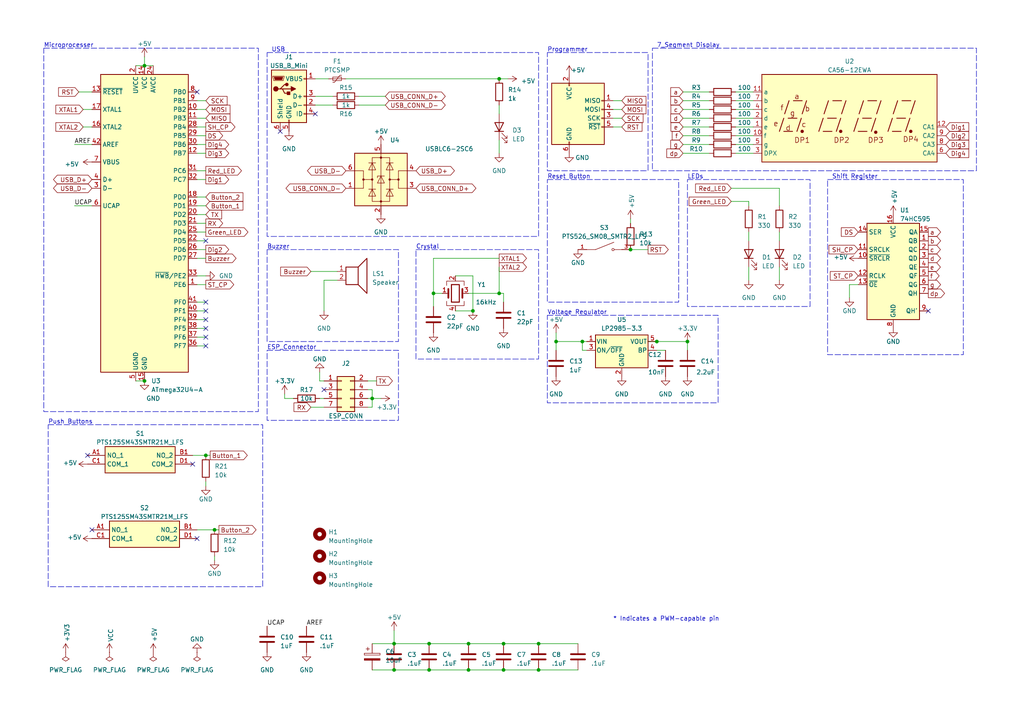
<source format=kicad_sch>
(kicad_sch (version 20230121) (generator eeschema)
  (paper "A4")
  (title_block (title "Kitchen Timer uno shield") (date "2023-03-28") (rev "1.0"))
  (junction (at 137.16 90.17))
  (junction (at 146.05 194.31))
  (junction (at 135.89 194.31))
  (junction (at 182.88 72.39))
  (junction (at 41.91 110.49))
  (junction (at 156.21 186.69))
  (junction (at 59.69 132.08))
  (junction (at 114.3 194.31))
  (junction (at 125.73 85.09))
  (junction (at 144.78 85.09))
  (junction (at 161.29 99.06))
  (junction (at 41.91 19.05))
  (junction (at 146.05 186.69))
  (junction (at 199.39 99.06))
  (junction (at 62.23 153.67))
  (junction (at 114.3 186.69))
  (junction (at 124.46 186.69))
  (junction (at 144.78 22.86))
  (junction (at 168.91 99.06))
  (junction (at 156.21 194.31))
  (junction (at 124.46 194.31))
  (junction (at 107.95 115.57))
  (junction (at 135.89 186.69))
  (junction (at 190.5 99.06))
  (no_connect (at 59.69 90.17))
  (no_connect (at 59.69 95.25))
  (no_connect (at 59.69 87.63))
  (no_connect (at 93.98 113.03))
  (no_connect (at 269.24 90.17))
  (no_connect (at 59.69 92.71))
  (no_connect (at 55.88 134.62))
  (no_connect (at 26.67 153.67))
  (no_connect (at 59.69 69.85))
  (no_connect (at 57.15 26.67))
  (no_connect (at 81.28 38.1))
  (no_connect (at 59.69 97.79))
  (no_connect (at 57.15 156.21))
  (no_connect (at 25.4 132.08))
  (no_connect (at 91.44 33.02))
  (no_connect (at 59.69 100.33))
  (wire (pts (xy 199.39 99.06) (xy 190.5 99.06)))
  (wire (pts (xy 39.37 110.49) (xy 41.91 110.49)))
  (wire (pts (xy 226.06 77.47) (xy 226.06 81.28)))
  (wire (pts (xy 124.46 186.69) (xy 135.89 186.69)))
  (wire (pts (xy 198.12 34.29) (xy 205.74 34.29)))
  (wire (pts (xy 59.69 31.75) (xy 57.15 31.75)))
  (wire (pts (xy 59.69 90.17) (xy 57.15 90.17)))
  (wire (pts (xy 59.69 57.15) (xy 57.15 57.15)))
  (wire (pts (xy 92.71 110.49) (xy 92.71 107.95)))
  (wire (pts (xy 161.29 99.06) (xy 168.91 99.06)))
  (wire (pts (xy 59.69 82.55) (xy 57.15 82.55)))
  (wire (pts (xy 57.15 153.67) (xy 62.23 153.67)))
  (wire (pts (xy 248.92 82.55) (xy 246.38 82.55)))
  (wire (pts (xy 135.89 186.69) (xy 146.05 186.69)))
  (wire (pts (xy 213.36 29.21) (xy 218.44 29.21)))
  (wire (pts (xy 146.05 85.09) (xy 146.05 87.63)))
  (wire (pts (xy 180.34 29.21) (xy 177.8 29.21)))
  (wire (pts (xy 100.33 22.86) (xy 144.78 22.86)))
  (wire (pts (xy 107.95 186.69) (xy 114.3 186.69)))
  (wire (pts (xy 125.73 85.09) (xy 125.73 88.9)))
  (wire (pts (xy 59.69 139.7) (xy 59.69 140.97)))
  (wire (pts (xy 198.12 36.83) (xy 205.74 36.83)))
  (wire (pts (xy 57.15 44.45) (xy 59.69 44.45)))
  (wire (pts (xy 107.95 113.03) (xy 107.95 115.57)))
  (wire (pts (xy 21.59 59.69) (xy 26.67 59.69)))
  (wire (pts (xy 107.95 194.31) (xy 114.3 194.31)))
  (wire (pts (xy 57.15 41.91) (xy 59.69 41.91)))
  (wire (pts (xy 217.17 67.31) (xy 217.17 69.85)))
  (wire (pts (xy 107.95 115.57) (xy 107.95 118.11)))
  (wire (pts (xy 156.21 186.69) (xy 167.64 186.69)))
  (wire (pts (xy 114.3 186.69) (xy 124.46 186.69)))
  (wire (pts (xy 57.15 36.83) (xy 59.69 36.83)))
  (wire (pts (xy 199.39 101.6) (xy 199.39 99.06)))
  (wire (pts (xy 21.59 41.91) (xy 26.67 41.91)))
  (wire (pts (xy 90.17 118.11) (xy 93.98 118.11)))
  (wire (pts (xy 39.37 19.05) (xy 41.91 19.05)))
  (wire (pts (xy 57.15 39.37) (xy 59.69 39.37)))
  (wire (pts (xy 198.12 44.45) (xy 205.74 44.45)))
  (wire (pts (xy 168.91 101.6) (xy 168.91 99.06)))
  (wire (pts (xy 59.69 74.93) (xy 57.15 74.93)))
  (wire (pts (xy 213.36 36.83) (xy 218.44 36.83)))
  (wire (pts (xy 85.09 115.57) (xy 82.55 115.57)))
  (wire (pts (xy 213.36 44.45) (xy 218.44 44.45)))
  (wire (pts (xy 213.36 31.75) (xy 218.44 31.75)))
  (wire (pts (xy 217.17 59.69) (xy 217.17 58.42)))
  (wire (pts (xy 59.69 100.33) (xy 57.15 100.33)))
  (wire (pts (xy 107.95 118.11) (xy 106.68 118.11)))
  (wire (pts (xy 226.06 54.61) (xy 226.06 59.69)))
  (wire (pts (xy 182.88 72.39) (xy 187.96 72.39)))
  (wire (pts (xy 180.34 36.83) (xy 177.8 36.83)))
  (wire (pts (xy 59.69 95.25) (xy 57.15 95.25)))
  (wire (pts (xy 57.15 49.53) (xy 59.69 49.53)))
  (wire (pts (xy 132.08 90.17) (xy 137.16 90.17)))
  (wire (pts (xy 128.27 85.09) (xy 125.73 85.09)))
  (wire (pts (xy 90.17 78.74) (xy 97.79 78.74)))
  (wire (pts (xy 170.18 101.6) (xy 168.91 101.6)))
  (wire (pts (xy 217.17 77.47) (xy 217.17 81.28)))
  (wire (pts (xy 144.78 74.93) (xy 125.73 74.93)))
  (wire (pts (xy 93.98 110.49) (xy 92.71 110.49)))
  (wire (pts (xy 213.36 26.67) (xy 218.44 26.67)))
  (wire (pts (xy 144.78 40.64) (xy 144.78 44.45)))
  (wire (pts (xy 59.69 34.29) (xy 57.15 34.29)))
  (wire (pts (xy 124.46 194.31) (xy 135.89 194.31)))
  (wire (pts (xy 146.05 194.31) (xy 156.21 194.31)))
  (wire (pts (xy 97.79 81.28) (xy 93.98 81.28)))
  (wire (pts (xy 109.22 110.49) (xy 106.68 110.49)))
  (wire (pts (xy 144.78 77.47) (xy 144.78 85.09)))
  (wire (pts (xy 182.88 63.5) (xy 182.88 64.77)))
  (wire (pts (xy 147.32 22.86) (xy 144.78 22.86)))
  (wire (pts (xy 135.89 85.09) (xy 144.78 85.09)))
  (wire (pts (xy 93.98 81.28) (xy 93.98 90.17)))
  (wire (pts (xy 62.23 153.67) (xy 63.5 153.67)))
  (wire (pts (xy 96.52 30.48) (xy 91.44 30.48)))
  (wire (pts (xy 125.73 74.93) (xy 125.73 85.09)))
  (wire (pts (xy 144.78 30.48) (xy 144.78 33.02)))
  (wire (pts (xy 146.05 186.69) (xy 156.21 186.69)))
  (wire (pts (xy 246.38 82.55) (xy 246.38 86.36)))
  (wire (pts (xy 59.69 132.08) (xy 60.96 132.08)))
  (wire (pts (xy 104.14 27.94) (xy 111.76 27.94)))
  (wire (pts (xy 59.69 67.31) (xy 57.15 67.31)))
  (wire (pts (xy 106.68 113.03) (xy 107.95 113.03)))
  (wire (pts (xy 161.29 99.06) (xy 161.29 101.6)))
  (wire (pts (xy 212.09 54.61) (xy 226.06 54.61)))
  (wire (pts (xy 59.69 64.77) (xy 57.15 64.77)))
  (wire (pts (xy 180.34 34.29) (xy 177.8 34.29)))
  (wire (pts (xy 59.69 59.69) (xy 57.15 59.69)))
  (wire (pts (xy 96.52 27.94) (xy 91.44 27.94)))
  (wire (pts (xy 41.91 19.05) (xy 44.45 19.05)))
  (wire (pts (xy 24.13 31.75) (xy 26.67 31.75)))
  (wire (pts (xy 22.86 26.67) (xy 26.67 26.67)))
  (wire (pts (xy 59.69 62.23) (xy 57.15 62.23)))
  (wire (pts (xy 226.06 67.31) (xy 226.06 69.85)))
  (wire (pts (xy 198.12 39.37) (xy 205.74 39.37)))
  (wire (pts (xy 144.78 85.09) (xy 146.05 85.09)))
  (wire (pts (xy 59.69 92.71) (xy 57.15 92.71)))
  (wire (pts (xy 57.15 52.07) (xy 59.69 52.07)))
  (wire (pts (xy 217.17 58.42) (xy 212.09 58.42)))
  (wire (pts (xy 198.12 29.21) (xy 205.74 29.21)))
  (wire (pts (xy 107.95 115.57) (xy 110.49 115.57)))
  (wire (pts (xy 161.29 96.52) (xy 161.29 99.06)))
  (wire (pts (xy 41.91 16.51) (xy 41.91 19.05)))
  (wire (pts (xy 180.34 31.75) (xy 177.8 31.75)))
  (wire (pts (xy 57.15 80.01) (xy 59.69 80.01)))
  (wire (pts (xy 187.96 99.06) (xy 190.5 99.06)))
  (wire (pts (xy 24.13 36.83) (xy 26.67 36.83)))
  (wire (pts (xy 104.14 30.48) (xy 111.76 30.48)))
  (wire (pts (xy 137.16 80.01) (xy 137.16 90.17)))
  (wire (pts (xy 132.08 80.01) (xy 137.16 80.01)))
  (wire (pts (xy 135.89 194.31) (xy 146.05 194.31)))
  (wire (pts (xy 114.3 194.31) (xy 124.46 194.31)))
  (wire (pts (xy 198.12 41.91) (xy 205.74 41.91)))
  (wire (pts (xy 59.69 69.85) (xy 57.15 69.85)))
  (wire (pts (xy 91.44 22.86) (xy 95.25 22.86)))
  (wire (pts (xy 62.23 161.29) (xy 62.23 162.56)))
  (wire (pts (xy 198.12 31.75) (xy 205.74 31.75)))
  (wire (pts (xy 59.69 87.63) (xy 57.15 87.63)))
  (wire (pts (xy 168.91 99.06) (xy 170.18 99.06)))
  (wire (pts (xy 213.36 41.91) (xy 218.44 41.91)))
  (wire (pts (xy 82.55 115.57) (xy 82.55 114.3)))
  (wire (pts (xy 114.3 182.88) (xy 114.3 186.69)))
  (wire (pts (xy 190.5 101.6) (xy 193.04 101.6)))
  (wire (pts (xy 106.68 115.57) (xy 107.95 115.57)))
  (wire (pts (xy 213.36 34.29) (xy 218.44 34.29)))
  (wire (pts (xy 213.36 39.37) (xy 218.44 39.37)))
  (wire (pts (xy 59.69 97.79) (xy 57.15 97.79)))
  (wire (pts (xy 198.12 26.67) (xy 205.74 26.67)))
  (wire (pts (xy 55.88 132.08) (xy 59.69 132.08)))
  (wire (pts (xy 59.69 29.21) (xy 57.15 29.21)))
  (wire (pts (xy 156.21 194.31) (xy 167.64 194.31)))
  (wire (pts (xy 92.71 115.57) (xy 93.98 115.57)))
  (wire (pts (xy 59.69 72.39) (xy 57.15 72.39)))
  (rectangle (start 191.77 87.63) (end 191.77 87.63))
  (rectangle (start 240.03 52.07) (end 279.4 102.87) (stroke (width 0) (type dash)))
  (rectangle (start 158.75 15.24) (end 187.96 49.53) (stroke (width 0) (type dash)))
  (rectangle (start 207.01 13.97) (end 207.01 13.97))
  (rectangle (start 77.47 72.39) (end 115.57 99.06) (stroke (width 0) (type dash)))
  (rectangle (start 77.47 101.6) (end 115.57 121.92) (stroke (width 0) (type dash)))
  (rectangle (start 13.97 123.19) (end 76.2 170.18) (stroke (width 0) (type dash)))
  (rectangle (start 12.7 13.97) (end 74.93 119.38) (stroke (width 0) (type dash)))
  (rectangle (start 77.47 15.24) (end 156.21 68.58) (stroke (width 0) (type dash)))
  (rectangle (start 120.65 72.39) (end 156.21 104.14) (stroke (width 0) (type dash)))
  (rectangle (start 158.75 91.44) (end 208.28 116.84) (stroke (width 0) (type dash)))
  (rectangle (start 199.39 52.07) (end 234.95 88.9) (stroke (width 0) (type dash)))
  (rectangle (start 158.75 52.07) (end 196.85 87.63) (stroke (width 0) (type dash)))
  (rectangle (start 189.23 13.97) (end 283.21 49.53) (stroke (width 0) (type dash)))
  (text "Shift Register" (at 241.3 52.07 0) (effects (font (size 1.27 1.27)) (justify left bottom)))
  (text "Crystal" (at 120.65 72.39 0) (effects (font (size 1.27 1.27)) (justify left bottom)))
  (text "Reset Button" (at 158.75 52.07 0) (effects (font (size 1.27 1.27)) (justify left bottom)))
  (text "ESP_Connector" (at 77.47 101.6 0) (effects (font (size 1.27 1.27)) (justify left bottom)))
  (text "Push Buttons" (at 13.97 123.19 0) (effects (font (size 1.27 1.27)) (justify left bottom)))
  (text "USB" (at 78.74 15.24 0) (effects (font (size 1.27 1.27)) (justify left bottom)))
  (text "Microprocesser" (at 12.7 13.97 0) (effects (font (size 1.27 1.27)) (justify left bottom)))
  (text "Voltage Regulator" (at 158.75 91.44 0) (effects (font (size 1.27 1.27)) (justify left bottom)))
  (text "Buzzer" (at 77.47 72.39 0) (effects (font (size 1.27 1.27)) (justify left bottom)))
  (text "7_Segment Display" (at 190.5 13.97 0) (effects (font (size 1.27 1.27)) (justify left bottom)))
  (text "Programmer" (at 158.75 15.24 0) (effects (font (size 1.27 1.27)) (justify left bottom)))
  (text "* Indicates a PWM-capable pin" (at 177.8 180.34 0) (effects (font (size 1.27 1.27)) (justify left bottom)))
  (text "LEDs" (at 199.39 52.07 0) (effects (font (size 1.27 1.27)) (justify left bottom)))
  (label "UCAP" (at 77.47 181.61 0))
  (label "UCAP" (at 21.59 59.69 0))
  (label "AREF" (at 88.9 181.61 0))
  (label "AREF" (at 21.59 41.91 0))
  (global_label "USB_D-" (shape bidirectional) (at 26.67 54.61 180) (property "Intersheetrefs" "${INTERSHEET_REFS}" (effects hide)))
  (global_label "b" (shape output) (at 269.24 69.85 0) (property "Intersheetrefs" "${INTERSHEET_REFS}" (effects hide)))
  (global_label "MOSI" (shape input) (at 180.34 31.75 0) (property "Intersheetrefs" "${INTERSHEET_REFS}" (effects hide)))
  (global_label "g" (shape output) (at 269.24 82.55 0) (property "Intersheetrefs" "${INTERSHEET_REFS}" (effects hide)))
  (global_label "dp" (shape output) (at 269.24 85.09 0) (property "Intersheetrefs" "${INTERSHEET_REFS}" (effects hide)))
  (global_label "a" (shape input) (at 198.12 26.67 180) (property "Intersheetrefs" "${INTERSHEET_REFS}" (effects hide)))
  (global_label "USB_CONN_D-" (shape bidirectional) (at 100.33 54.61 180) (property "Intersheetrefs" "${INTERSHEET_REFS}" (effects hide)))
  (global_label "e" (shape output) (at 269.24 77.47 0) (property "Intersheetrefs" "${INTERSHEET_REFS}" (effects hide)))
  (global_label "TX" (shape input) (at 59.69 62.23 0) (property "Intersheetrefs" "${INTERSHEET_REFS}" (effects hide)))
  (global_label "Green_LED" (shape output) (at 59.69 67.31 0) (property "Intersheetrefs" "${INTERSHEET_REFS}" (effects hide)))
  (global_label "Red_LED" (shape output) (at 59.69 49.53 0) (property "Intersheetrefs" "${INTERSHEET_REFS}" (effects hide)))
  (global_label "SH_CP" (shape output) (at 59.69 36.83 0) (property "Intersheetrefs" "${INTERSHEET_REFS}" (effects hide)))
  (global_label "Red_LED" (shape input) (at 212.09 54.61 180) (property "Intersheetrefs" "${INTERSHEET_REFS}" (effects hide)))
  (global_label "b" (shape input) (at 198.12 29.21 180) (property "Intersheetrefs" "${INTERSHEET_REFS}" (effects hide)))
  (global_label "Buzzer" (shape output) (at 59.69 74.93 0) (property "Intersheetrefs" "${INTERSHEET_REFS}" (effects hide)))
  (global_label "Dig2" (shape input) (at 274.32 39.37 0) (property "Intersheetrefs" "${INTERSHEET_REFS}" (effects hide)))
  (global_label "Dig4" (shape output) (at 59.69 41.91 0) (property "Intersheetrefs" "${INTERSHEET_REFS}" (effects hide)))
  (global_label "c" (shape output) (at 269.24 72.39 0) (property "Intersheetrefs" "${INTERSHEET_REFS}" (effects hide)))
  (global_label "SCK" (shape input) (at 180.34 34.29 0) (property "Intersheetrefs" "${INTERSHEET_REFS}" (effects hide)))
  (global_label "f" (shape input) (at 198.12 39.37 180) (property "Intersheetrefs" "${INTERSHEET_REFS}" (effects hide)))
  (global_label "SH_CP" (shape input) (at 248.92 72.39 180) (property "Intersheetrefs" "${INTERSHEET_REFS}" (effects hide)))
  (global_label "Dig1" (shape output) (at 59.69 52.07 0) (property "Intersheetrefs" "${INTERSHEET_REFS}" (effects hide)))
  (global_label "RX" (shape input) (at 90.17 118.11 180) (property "Intersheetrefs" "${INTERSHEET_REFS}" (effects hide)))
  (global_label "d" (shape output) (at 269.24 74.93 0) (property "Intersheetrefs" "${INTERSHEET_REFS}" (effects hide)))
  (global_label "TX" (shape output) (at 109.22 110.49 0) (property "Intersheetrefs" "${INTERSHEET_REFS}" (effects hide)))
  (global_label "MOSI" (shape input) (at 59.69 31.75 0) (property "Intersheetrefs" "${INTERSHEET_REFS}" (effects hide)))
  (global_label "f" (shape output) (at 269.24 80.01 0) (property "Intersheetrefs" "${INTERSHEET_REFS}" (effects hide)))
  (global_label "d" (shape input) (at 198.12 34.29 180) (property "Intersheetrefs" "${INTERSHEET_REFS}" (effects hide)))
  (global_label "XTAL1" (shape output) (at 144.78 74.93 0) (property "Intersheetrefs" "${INTERSHEET_REFS}" (effects hide)))
  (global_label "DS" (shape output) (at 59.69 39.37 0) (property "Intersheetrefs" "${INTERSHEET_REFS}" (effects hide)))
  (global_label "USB_D-" (shape bidirectional) (at 100.33 49.53 180) (property "Intersheetrefs" "${INTERSHEET_REFS}" (effects hide)))
  (global_label "MISO" (shape input) (at 180.34 29.21 0) (property "Intersheetrefs" "${INTERSHEET_REFS}" (effects hide)))
  (global_label "ST_CP" (shape output) (at 59.69 82.55 0) (property "Intersheetrefs" "${INTERSHEET_REFS}" (effects hide)))
  (global_label "MISO" (shape input) (at 59.69 34.29 0) (property "Intersheetrefs" "${INTERSHEET_REFS}" (effects hide)))
  (global_label "ST_CP" (shape input) (at 248.92 80.01 180) (property "Intersheetrefs" "${INTERSHEET_REFS}" (effects hide)))
  (global_label "Button_2" (shape input) (at 59.69 57.15 0) (property "Intersheetrefs" "${INTERSHEET_REFS}" (effects hide)))
  (global_label "Dig1" (shape input) (at 274.32 36.83 0) (property "Intersheetrefs" "${INTERSHEET_REFS}" (effects hide)))
  (global_label "XTAL1" (shape input) (at 24.13 31.75 180) (property "Intersheetrefs" "${INTERSHEET_REFS}" (effects hide)))
  (global_label "DS" (shape input) (at 248.92 67.31 180) (property "Intersheetrefs" "${INTERSHEET_REFS}" (effects hide)))
  (global_label "RST" (shape input) (at 22.86 26.67 180) (property "Intersheetrefs" "${INTERSHEET_REFS}" (effects hide)))
  (global_label "SCK" (shape input) (at 59.69 29.21 0) (property "Intersheetrefs" "${INTERSHEET_REFS}" (effects hide)))
  (global_label "USB_CONN_D+" (shape bidirectional) (at 120.65 54.61 0) (property "Intersheetrefs" "${INTERSHEET_REFS}" (effects hide)))
  (global_label "XTAL2" (shape input) (at 24.13 36.83 180) (property "Intersheetrefs" "${INTERSHEET_REFS}" (effects hide)))
  (global_label "Green_LED" (shape input) (at 212.09 58.42 180) (property "Intersheetrefs" "${INTERSHEET_REFS}" (effects hide)))
  (global_label "g" (shape input) (at 198.12 41.91 180) (property "Intersheetrefs" "${INTERSHEET_REFS}" (effects hide)))
  (global_label "Dig4" (shape input) (at 274.32 44.45 0) (property "Intersheetrefs" "${INTERSHEET_REFS}" (effects hide)))
  (global_label "RX" (shape output) (at 59.69 64.77 0) (property "Intersheetrefs" "${INTERSHEET_REFS}" (effects hide)))
  (global_label "XTAL2" (shape output) (at 144.78 77.47 0) (property "Intersheetrefs" "${INTERSHEET_REFS}" (effects hide)))
  (global_label "USB_D+" (shape bidirectional) (at 120.65 49.53 0) (property "Intersheetrefs" "${INTERSHEET_REFS}" (effects hide)))
  (global_label "Button_1" (shape output) (at 60.96 132.08 0) (property "Intersheetrefs" "${INTERSHEET_REFS}" (effects hide)))
  (global_label "a" (shape output) (at 269.24 67.31 0) (property "Intersheetrefs" "${INTERSHEET_REFS}" (effects hide)))
  (global_label "dp" (shape input) (at 198.12 44.45 180) (property "Intersheetrefs" "${INTERSHEET_REFS}" (effects hide)))
  (global_label "USB_CONN_D-" (shape bidirectional) (at 111.76 30.48 0) (property "Intersheetrefs" "${INTERSHEET_REFS}" (effects hide)))
  (global_label "Dig3" (shape input) (at 274.32 41.91 0) (property "Intersheetrefs" "${INTERSHEET_REFS}" (effects hide)))
  (global_label "USB_D+" (shape bidirectional) (at 26.67 52.07 180) (property "Intersheetrefs" "${INTERSHEET_REFS}" (effects hide)))
  (global_label "Button_1" (shape input) (at 59.69 59.69 0) (property "Intersheetrefs" "${INTERSHEET_REFS}" (effects hide)))
  (global_label "Button_2" (shape output) (at 63.5 153.67 0) (property "Intersheetrefs" "${INTERSHEET_REFS}" (effects hide)))
  (global_label "e" (shape input) (at 198.12 36.83 180) (property "Intersheetrefs" "${INTERSHEET_REFS}" (effects hide)))
  (global_label "c" (shape input) (at 198.12 31.75 180) (property "Intersheetrefs" "${INTERSHEET_REFS}" (effects hide)))
  (global_label "RST" (shape input) (at 180.34 36.83 0) (property "Intersheetrefs" "${INTERSHEET_REFS}" (effects hide)))
  (global_label "USB_CONN_D+" (shape bidirectional) (at 111.76 27.94 0) (property "Intersheetrefs" "${INTERSHEET_REFS}" (effects hide)))
  (global_label "Dig2" (shape output) (at 59.69 72.39 0) (property "Intersheetrefs" "${INTERSHEET_REFS}" (effects hide)))
  (global_label "Dig3" (shape output) (at 59.69 44.45 0) (property "Intersheetrefs" "${INTERSHEET_REFS}" (effects hide)))
  (global_label "Buzzer" (shape input) (at 90.17 78.74 180) (property "Intersheetrefs" "${INTERSHEET_REFS}" (effects hide)))
  (global_label "RST" (shape output) (at 187.96 72.39 0) (property "Intersheetrefs" "${INTERSHEET_REFS}" (effects hide)))
  (symbol (lib_name "GND_9") (lib_id "power:GND") (at 180.34 109.22 0) (unit 1)
    (property "Reference" "#PWR037" (effects hide))
    (property "Value" "GND" (at 180.34 114.3 0))
  )
  (symbol (lib_name "+5V_2") (lib_id "power:+5V") (at 114.3 182.88 0) (unit 1)
    (property "Reference" "#PWR023" (effects hide))
    (property "Value" "+5V" (at 114.3 179.07 0))
  )
  (symbol (lib_name "GND_3") (lib_id "power:GND") (at 146.05 95.25 0) (unit 1)
    (property "Reference" "#PWR04" (effects hide))
    (property "Value" "GND" (at 146.05 100.33 0))
  )
  (symbol (lib_id "Mechanical:MountingHole") (at 92.71 154.94 0) (unit 1)
    (property "Reference" "H1" (at 95.25 154.305 0) (effects (justify left)))
    (property "Value" "MountingHole" (at 95.25 156.845 0) (effects (justify left)))
    (property "Footprint" "MountingHole:MountingHole_3mm" (effects hide))
  )
  (symbol (lib_name "+5V_3") (lib_id "power:+5V") (at 26.67 46.99 90) (unit 1)
    (property "Reference" "#PWR026" (effects hide))
    (property "Value" "+5V" (at 22.86 47.625 90) (effects (justify left)))
  )
  (symbol (lib_id "Connector_Generic:Conn_02x04_Odd_Even") (at 99.06 113.03 0) (unit 1)
    (property "Reference" "J2" (at 100.33 105.41 0))
    (property "Value" "ESP_CONN" (at 100.33 120.65 0))
    (property "Footprint" "Connector_PinSocket_2.54mm:PinSocket_2x04_P2.54mm_Vertical" (effects hide))
  )
  (symbol (lib_id "power:+3V3") (at 19.05 189.23 0) (unit 1)
    (property "Reference" "#PWR020" (effects hide))
    (property "Value" "+3.3V" (at 19.431 186.182 90) (effects (justify left)))
  )
  (symbol (lib_id "power:PWR_FLAG") (at 44.45 189.23 180) (unit 1)
    (property "Reference" "#FLG03" (effects hide))
    (property "Value" "PWR_FLAG" (at 44.45 194.31 0))
  )
  (symbol (lib_name "GND_7") (lib_id "power:GND") (at 165.1 44.45 0) (unit 1)
    (property "Reference" "#PWR032" (effects hide))
    (property "Value" "GND" (at 168.91 45.72 0))
  )
  (symbol (lib_id "Device:R") (at 59.69 135.89 0) (unit 1)
    (property "Reference" "R21" (at 62.23 135.255 0) (effects (justify left)))
    (property "Value" "10k" (at 62.23 137.795 0) (effects (justify left)))
    (property "Footprint" "Resistor_SMD:R_0603_1608Metric" (effects hide))
  )
  (symbol (lib_name "+5V_6") (lib_id "power:+5V") (at 161.29 96.52 0) (unit 1)
    (property "Reference" "#PWR038" (effects hide))
    (property "Value" "+5V" (at 161.29 92.71 0))
  )
  (symbol (lib_name "GND_1") (lib_id "power:GND") (at 144.78 44.45 0) (unit 1)
    (property "Reference" "#PWR029" (effects hide))
    (property "Value" "GND" (at 144.78 49.53 0))
  )
  (symbol (lib_id "power:GND") (at 167.64 72.39 0) (unit 1)
    (property "Reference" "#PWR01" (effects hide))
    (property "Value" "GND" (at 167.64 76.2 0))
  )
  (symbol (lib_id "Device:C") (at 193.04 105.41 0) (unit 1)
    (property "Reference" "C12" (at 187.96 102.87 0) (effects (justify left)))
    (property "Value" "10nF" (at 187.96 107.95 0) (effects (justify left)))
    (property "Footprint" "Capacitor_SMD:C_0603_1608Metric" (effects hide))
  )
  (symbol (lib_id "Device:LED") (at 217.17 73.66 90) (unit 1)
    (property "Reference" "D1" (at 220.98 74.6125 90) (effects (justify right)))
    (property "Value" "LED" (at 220.98 77.1525 90) (effects (justify right)))
    (property "Footprint" "LED_SMD:LED_0805_2012Metric" (effects hide))
  )
  (symbol (lib_id "Device:R") (at 88.9 115.57 90) (unit 1)
    (property "Reference" "R17" (at 88.9 113.03 90))
    (property "Value" "10k" (at 88.9 115.57 90))
    (property "Footprint" "Resistor_SMD:R_0603_1608Metric" (effects hide))
  )
  (symbol (lib_id "Device:C") (at 167.64 190.5 0) (unit 1)
    (property "Reference" "C9" (at 171.45 189.865 0) (effects (justify left)))
    (property "Value" ".1uF" (at 171.45 192.405 0) (effects (justify left)))
    (property "Footprint" "Capacitor_SMD:C_0603_1608Metric" (effects hide))
  )
  (symbol (lib_id "power:+5V") (at 26.67 156.21 90) (unit 1)
    (property "Reference" "#PWR015" (effects hide))
    (property "Value" "+5V" (at 23.622 155.8544 90) (effects (justify left)))
  )
  (symbol (lib_name "+5V_4") (lib_id "power:+5V") (at 110.49 41.91 0) (unit 1)
    (property "Reference" "#PWR031" (effects hide))
    (property "Value" "+5V" (at 110.49 38.1 0))
  )
  (symbol (lib_name "GND_6") (lib_id "power:GND") (at 83.82 38.1 0) (unit 1)
    (property "Reference" "#PWR027" (effects hide))
    (property "Value" "GND" (at 83.82 43.18 0))
  )
  (symbol (lib_name "GND_4") (lib_id "power:GND") (at 77.47 189.23 0) (unit 1)
    (property "Reference" "#PWR024" (effects hide))
    (property "Value" "GND" (at 77.47 194.31 0))
  )
  (symbol (lib_id "Device:R") (at 144.78 26.67 0) (unit 1)
    (property "Reference" "R14" (at 147.32 26.035 0) (effects (justify left)))
    (property "Value" "1k" (at 147.32 28.575 0) (effects (justify left)))
    (property "Footprint" "Resistor_SMD:R_0805_2012Metric" (effects hide))
  )
  (symbol (lib_id "Device:R") (at 209.55 26.67 90) (unit 1)
    (property "Reference" "R3" (at 201.93 25.4 90))
    (property "Value" "100" (at 215.9 25.4 90))
    (property "Footprint" "Resistor_SMD:R_0805_2012Metric" (effects hide))
  )
  (symbol (lib_name "GND_8") (lib_id "power:GND") (at 92.71 107.95 180) (unit 1)
    (property "Reference" "#PWR036" (effects hide))
    (property "Value" "GND" (at 92.71 104.14 0))
  )
  (symbol (lib_id "Connector:AVR-ISP-6") (at 167.64 34.29 0) (unit 1)
    (property "Reference" "J3" (effects hide))
    (property "Value" "AVR-ISP-6" (effects hide))
    (property "Footprint" "Connector_PinSocket_2.54mm:PinSocket_2x03_P2.54mm_Vertical" (effects hide))
    (property "Datasheet" " ~" (effects hide))
  )
  (symbol (lib_id "74xx:74HC595") (at 259.08 77.47 0) (unit 1)
    (property "Reference" "U1" (at 261.0359 60.96 0) (effects (justify left)))
    (property "Value" "74HC595" (at 261.0359 63.5 0) (effects (justify left)))
    (property "Footprint" "Package_SO:TSSOP-16_4.4x5mm_P0.65mm" (effects hide))
    (property "Datasheet" "http://www.ti.com/lit/ds/symlink/sn74hc595.pdf" (effects hide))
  )
  (symbol (lib_id "power:+3.3V") (at 110.49 115.57 270) (unit 1)
    (property "Reference" "#PWR034" (effects hide))
    (property "Value" "+3.3V" (at 109.22 118.11 90) (effects (justify left)))
  )
  (symbol (lib_id "Device:R") (at 209.55 41.91 90) (unit 1)
    (property "Reference" "R9" (at 201.93 40.64 90))
    (property "Value" "100" (at 215.9 40.64 90))
    (property "Footprint" "Resistor_SMD:R_0805_2012Metric" (effects hide))
  )
  (symbol (lib_id "power:+5V") (at 182.88 63.5 0) (unit 1)
    (property "Reference" "#PWR02" (effects hide))
    (property "Value" "+5V" (at 183.2356 60.452 90) (effects (justify left)))
  )
  (symbol (lib_id "power:PWR_FLAG") (at 31.75 189.23 180) (unit 1)
    (property "Reference" "#FLG02" (effects hide))
    (property "Value" "PWR_FLAG" (at 31.75 194.31 0))
  )
  (symbol (lib_id "power:GND") (at 59.69 140.97 0) (unit 1)
    (property "Reference" "#PWR013" (effects hide))
    (property "Value" "GND" (at 59.69 144.78 0))
  )
  (symbol (lib_id "Device:C_Polarized") (at 107.95 190.5 0) (unit 1)
    (property "Reference" "C6" (at 111.76 188.976 0) (effects (justify left)))
    (property "Value" "10uF" (at 111.76 191.516 0) (effects (justify left)))
    (property "Footprint" "Capacitor_SMD:C_0805_2012Metric" (effects hide))
  )
  (symbol (lib_name "GND_9") (lib_id "power:GND") (at 161.29 109.22 0) (unit 1)
    (property "Reference" "#PWR039" (effects hide))
    (property "Value" "GND" (at 161.29 114.3 0))
  )
  (symbol (lib_id "power:+3.3V") (at 82.55 114.3 0) (unit 1)
    (property "Reference" "#PWR035" (effects hide))
    (property "Value" "+3.3V" (at 82.55 110.49 0))
  )
  (symbol (lib_name "+5V_5") (lib_id "power:+5V") (at 165.1 21.59 0) (unit 1)
    (property "Reference" "#PWR033" (effects hide))
    (property "Value" "+5V" (at 167.64 20.32 0))
  )
  (symbol (lib_id "Mechanical:MountingHole") (at 92.71 167.64 0) (unit 1)
    (property "Reference" "H3" (at 95.25 167.005 0) (effects (justify left)))
    (property "Value" "MountingHole" (at 95.25 169.545 0) (effects (justify left)))
    (property "Footprint" "MountingHole:MountingHole_3mm" (effects hide))
  )
  (symbol (lib_name "GND_10") (lib_id "power:GND") (at 59.69 80.01 90) (unit 1)
    (property "Reference" "#PWR043" (effects hide))
    (property "Value" "GND" (at 63.5 80.01 90) (effects (justify right)))
  )
  (symbol (lib_id "PTS526_SMD_Button:PTS526_SM08_SMTR2_LFS") (at 175.26 72.39 0) (unit 1)
    (property "Reference" "S3" (at 175.26 66.04 0))
    (property "Value" "PTS526_SM08_SMTR2_LFS" (at 175.26 68.58 0))
    (property "Footprint" "PTS526_SMD_Button:PTS526_SMD_Button" (effects hide))
    (property "STANDARD" "Manufacturer Recommendations" (effects hide))
    (property "MANUFACTURER" "C&K" (effects hide))
    (property "PARTREV" "20 mar 19" (effects hide))
    (property "MAXIMUM_PACKAGE_HEIGHT" "0.95mm" (effects hide))
  )
  (symbol (lib_id "Device:R") (at 100.33 27.94 90) (unit 1)
    (property "Reference" "R15" (at 100.33 25.4 90))
    (property "Value" "1k" (at 100.33 27.94 90))
    (property "Footprint" "Resistor_SMD:R_0603_1608Metric" (effects hide))
  )
  (symbol (lib_id "Mechanical:MountingHole") (at 92.71 161.29 0) (unit 1)
    (property "Reference" "H2" (at 95.25 160.655 0) (effects (justify left)))
    (property "Value" "MountingHole" (at 95.25 163.195 0) (effects (justify left)))
    (property "Footprint" "MountingHole:MountingHole_3mm" (effects hide))
  )
  (symbol (lib_id "Device:R") (at 62.23 157.48 0) (unit 1)
    (property "Reference" "R12" (at 64.77 156.845 0) (effects (justify left)))
    (property "Value" "10k" (at 64.77 159.385 0) (effects (justify left)))
    (property "Footprint" "Resistor_SMD:R_0603_1608Metric" (effects hide))
  )
  (symbol (lib_id "power:+5V") (at 259.08 62.23 0) (unit 1)
    (property "Reference" "#PWR011" (effects hide))
    (property "Value" "-5V" (at 259.4356 59.182 90) (effects (justify left)))
  )
  (symbol (lib_id "Device:R") (at 209.55 34.29 90) (unit 1)
    (property "Reference" "R6" (at 201.93 33.02 90))
    (property "Value" "100" (at 215.9 33.02 90))
    (property "Footprint" "Resistor_SMD:R_0805_2012Metric" (effects hide))
  )
  (symbol (lib_id "Device:R") (at 182.88 68.58 0) (unit 1)
    (property "Reference" "R13" (at 185.42 67.945 0) (effects (justify left)))
    (property "Value" "10k" (at 185.42 70.485 0) (effects (justify left)))
    (property "Footprint" "Resistor_SMD:R_0603_1608Metric" (effects hide))
  )
  (symbol (lib_name "GND_2") (lib_id "power:GND") (at 93.98 90.17 0) (unit 1)
    (property "Reference" "#PWR08" (effects hide))
    (property "Value" "GND" (at 93.98 95.25 0))
  )
  (symbol (lib_name "+5V_4") (lib_id "power:+5V") (at 147.32 22.86 270) (unit 1)
    (property "Reference" "#PWR028" (effects hide))
    (property "Value" "+5V" (at 151.13 23.495 90) (effects (justify left)))
  )
  (symbol (lib_name "GND_1") (lib_id "power:GND") (at 226.06 81.28 0) (unit 1)
    (property "Reference" "#PWR07" (effects hide))
    (property "Value" "GND" (at 226.06 86.36 0))
  )
  (symbol (lib_id "Connector:USB_B_Mini") (at 83.82 27.94 0) (unit 1)
    (property "Reference" "J1" (at 83.82 16.51 0))
    (property "Value" "USB_B_Mini" (at 83.82 19.05 0))
    (property "Footprint" "Connector_USB:USB_Mini-B_Lumberg_2486_01_Horizontal" (effects hide))
  )
  (symbol (lib_id "Device:C") (at 156.21 190.5 0) (unit 1)
    (property "Reference" "C8" (at 160.02 189.865 0) (effects (justify left)))
    (property "Value" ".1uF" (at 160.02 192.405 0) (effects (justify left)))
    (property "Footprint" "Capacitor_SMD:C_0603_1608Metric" (effects hide))
  )
  (symbol (lib_id "Device:C") (at 146.05 190.5 0) (unit 1)
    (property "Reference" "C7" (at 149.86 189.865 0) (effects (justify left)))
    (property "Value" ".1uF" (at 149.86 192.405 0) (effects (justify left)))
    (property "Footprint" "Capacitor_SMD:C_0603_1608Metric" (effects hide))
  )
  (symbol (lib_id "power:PWR_FLAG") (at 57.15 189.23 180) (unit 1)
    (property "Reference" "#FLG04" (effects hide))
    (property "Value" "PWR_FLAG" (at 57.15 194.31 0))
  )
  (symbol (lib_id "power:GND") (at 259.08 95.25 0) (unit 1)
    (property "Reference" "#PWR012" (effects hide))
    (property "Value" "GND" (at 259.08 99.06 0))
  )
  (symbol (lib_name "+5V_1") (lib_id "power:+5V") (at 41.91 16.51 0) (unit 1)
    (property "Reference" "#PWR022" (effects hide))
    (property "Value" "+5V" (at 41.91 12.7 0))
  )
  (symbol (lib_id "Device:R") (at 209.55 31.75 90) (unit 1)
    (property "Reference" "R5" (at 201.93 30.48 90))
    (property "Value" "100" (at 215.9 30.48 90))
    (property "Footprint" "Resistor_SMD:R_0805_2012Metric" (effects hide))
  )
  (symbol (lib_id "Device:Crystal_GND24") (at 132.08 85.09 0) (unit 1)
    (property "Reference" "Y1" (at 139.7 82.55 0))
    (property "Value" "16kHz" (at 140.97 87.63 0))
    (property "Footprint" "Crystal:Crystal_SMD_Abracon_ABM8G-4Pin_3.2x2.5mm" (effects hide))
  )
  (symbol (lib_id "power:+5V") (at 25.4 134.62 90) (unit 1)
    (property "Reference" "#PWR014" (effects hide))
    (property "Value" "+5V" (at 22.352 134.2644 90) (effects (justify left)))
  )
  (symbol (lib_id "Device:C") (at 88.9 185.42 0) (unit 1)
    (property "Reference" "C11" (at 92.71 184.785 0) (effects (justify left)))
    (property "Value" ".1uF" (at 92.71 187.325 0) (effects (justify left)))
    (property "Footprint" "Capacitor_SMD:C_0603_1608Metric" (effects hide))
  )
  (symbol (lib_id "Device:C") (at 125.73 92.71 0) (unit 1)
    (property "Reference" "C2" (at 129.54 92.075 0) (effects (justify left)))
    (property "Value" "22pF" (at 129.54 94.615 0) (effects (justify left)))
    (property "Footprint" "Capacitor_SMD:C_0603_1608Metric" (effects hide))
  )
  (symbol (lib_name "GND_3") (lib_id "power:GND") (at 137.16 90.17 0) (unit 1)
    (property "Reference" "#PWR03" (effects hide))
    (property "Value" "GND" (at 137.16 95.25 0))
  )
  (symbol (lib_id "power:GND") (at 57.15 189.23 180) (unit 1)
    (property "Reference" "#PWR017" (effects hide))
    (property "Value" "GND" (at 57.15 185.42 0))
  )
  (symbol (lib_id "Power_Protection:USBLC6-2SC6") (at 110.49 52.07 0) (unit 1)
    (property "Reference" "U4" (at 113.1317 40.64 0) (effects (justify left)))
    (property "Value" "USBLC6-2SC6" (at 123.2917 43.18 0) (effects (justify left)))
    (property "Footprint" "Package_TO_SOT_SMD:SOT-23-6" (effects hide))
    (property "Datasheet" "https://www.st.com/resource/en/datasheet/usblc6-2.pdf" (effects hide))
  )
  (symbol (lib_id "Device:C") (at 199.39 105.41 0) (unit 1)
    (property "Reference" "C14" (at 203.2 104.775 0) (effects (justify left)))
    (property "Value" "2.2uF" (at 201.93 107.95 0) (effects (justify left)))
    (property "Footprint" "Capacitor_SMD:C_0603_1608Metric" (effects hide))
  )
  (symbol (lib_id "Device:R") (at 100.33 30.48 90) (unit 1)
    (property "Reference" "R16" (at 100.33 33.02 90))
    (property "Value" "1k" (at 100.33 30.48 90))
    (property "Footprint" "Resistor_SMD:R_0603_1608Metric" (effects hide))
  )
  (symbol (lib_id "power:GND") (at 246.38 86.36 0) (unit 1)
    (property "Reference" "#PWR010" (effects hide))
    (property "Value" "GND" (at 246.38 90.17 0))
  )
  (symbol (lib_id "Device:LED") (at 226.06 73.66 90) (unit 1)
    (property "Reference" "D2" (at 229.87 74.6125 90) (effects (justify right)))
    (property "Value" "LED" (at 229.87 77.1525 90) (effects (justify right)))
    (property "Footprint" "LED_SMD:LED_0805_2012Metric" (effects hide))
  )
  (symbol (lib_id "Device:LED") (at 144.78 36.83 90) (unit 1)
    (property "Reference" "D3" (at 148.59 37.7825 90) (effects (justify right)))
    (property "Value" "LED" (at 148.59 40.3225 90) (effects (justify right)))
    (property "Footprint" "LED_SMD:LED_0805_2012Metric" (effects hide))
  )
  (symbol (lib_id "Device:C") (at 135.89 190.5 0) (unit 1)
    (property "Reference" "C5" (at 139.7 189.865 0) (effects (justify left)))
    (property "Value" ".1uF" (at 139.7 192.405 0) (effects (justify left)))
    (property "Footprint" "Capacitor_SMD:C_0603_1608Metric" (effects hide))
  )
  (symbol (lib_id "Device:C") (at 161.29 105.41 0) (unit 1)
    (property "Reference" "C13" (at 165.1 104.775 0) (effects (justify left)))
    (property "Value" "1uF" (at 165.1 107.315 0) (effects (justify left)))
    (property "Footprint" "Capacitor_SMD:C_0603_1608Metric" (effects hide))
  )
  (symbol (lib_id "MCU_Microchip_ATmega:ATmega32U4-A") (at 41.91 64.77 0) (unit 1)
    (property "Reference" "U3" (at 43.8659 110.49 0) (effects (justify left)))
    (property "Value" "ATmega32U4-A" (at 43.8659 113.03 0) (effects (justify left)))
    (property "Footprint" "Package_QFP:TQFP-44_10x10mm_P0.8mm" (effects hide))
    (property "Datasheet" "http://ww1.microchip.com/downloads/en/DeviceDoc/Atmel-7766-8-bit-AVR-ATmega16U4-32U4_Datasheet.pdf" (effects hide))
  )
  (symbol (lib_id "PTS125_SMD_Button:PTS125SM43SMTR21M_LFS") (at 25.4 132.08 0) (unit 1)
    (property "Reference" "S1" (at 40.64 125.73 0))
    (property "Value" "PTS125SM43SMTR21M_LFS" (at 40.64 128.27 0))
    (property "Footprint" "PTS125_SMD_Button:PTS125_SMD_Button" (effects hide))
    (property "Datasheet" "https://www.ckswitches.com/media/1462/pts125.pdf" (effects hide))
    (property "Height" "4.3" (effects hide))
    (property "Manufacturer_Name" "C & K COMPONENTS" (effects hide))
    (property "Manufacturer_Part_Number" "PTS125SM43SMTR21M LFS" (effects hide))
    (property "Mouser Part Number" "611-PTS125S43SMTRLFS" (effects hide))
    (property "Mouser Price/Stock" "https://www.mouser.co.uk/ProductDetail/CK/PTS125SM43SMTR21M-LFS?qs=t7xnP681wgUNXpRGJY2Vkw%3D%3D" (effects hide))
  )
  (symbol (lib_id "Device:R") (at 217.17 63.5 0) (unit 1)
    (property "Reference" "R1" (at 219.71 62.865 0) (effects (justify left)))
    (property "Value" "330" (at 219.71 65.405 0) (effects (justify left)))
    (property "Footprint" "Resistor_SMD:R_0805_2012Metric" (effects hide))
  )
  (symbol (lib_id "Device:R") (at 209.55 29.21 90) (unit 1)
    (property "Reference" "R4" (at 201.93 27.94 90))
    (property "Value" "100" (at 215.9 27.94 90))
    (property "Footprint" "Resistor_SMD:R_0805_2012Metric" (effects hide))
  )
  (symbol (lib_id "Device:C") (at 124.46 190.5 0) (unit 1)
    (property "Reference" "C4" (at 128.27 189.865 0) (effects (justify left)))
    (property "Value" ".1uF" (at 128.27 192.405 0) (effects (justify left)))
    (property "Footprint" "Capacitor_SMD:C_0603_1608Metric" (effects hide))
  )
  (symbol (lib_name "GND_6") (lib_id "power:GND") (at 110.49 62.23 0) (unit 1)
    (property "Reference" "#PWR030" (effects hide))
    (property "Value" "GND" (at 110.49 67.31 0))
  )
  (symbol (lib_id "Device:R") (at 226.06 63.5 0) (unit 1)
    (property "Reference" "R2" (at 228.6 62.865 0) (effects (justify left)))
    (property "Value" "330" (at 228.6 65.405 0) (effects (justify left)))
    (property "Footprint" "Resistor_SMD:R_0805_2012Metric" (effects hide))
  )
  (symbol (lib_id "Device:C") (at 146.05 91.44 0) (unit 1)
    (property "Reference" "C1" (at 149.86 90.805 0) (effects (justify left)))
    (property "Value" "22pF" (at 149.86 93.345 0) (effects (justify left)))
    (property "Footprint" "Capacitor_SMD:C_0603_1608Metric" (effects hide))
  )
  (symbol (lib_id "Device:R") (at 209.55 36.83 90) (unit 1)
    (property "Reference" "R7" (at 201.93 35.56 90))
    (property "Value" "100" (at 215.9 35.56 90))
    (property "Footprint" "Resistor_SMD:R_0805_2012Metric" (effects hide))
  )
  (symbol (lib_name "GND_5") (lib_id "power:GND") (at 88.9 189.23 0) (unit 1)
    (property "Reference" "#PWR025" (effects hide))
    (property "Value" "GND" (at 88.9 194.31 0))
  )
  (symbol (lib_id "Device:C") (at 77.47 185.42 0) (unit 1)
    (property "Reference" "C10" (at 81.28 184.785 0) (effects (justify left)))
    (property "Value" "1uF" (at 81.28 187.325 0) (effects (justify left)))
    (property "Footprint" "Capacitor_SMD:C_0603_1608Metric" (effects hide))
  )
  (symbol (lib_id "Device:Polyfuse_Small") (at 97.79 22.86 90) (unit 1)
    (property "Reference" "F1" (at 97.79 17.78 90))
    (property "Value" "PTCSMP" (at 97.79 20.32 90))
    (property "Footprint" "Fuse:Fuse_1812_4532Metric" (effects hide))
  )
  (symbol (lib_id "Device:Speaker") (at 102.87 78.74 0) (unit 1)
    (property "Reference" "LS1" (at 107.95 79.375 0) (effects (justify left)))
    (property "Value" "Speaker" (at 107.95 81.915 0) (effects (justify left)))
    (property "Footprint" "Buzzer_Beeper:Buzzer_12x9.5RM7.6" (effects hide))
  )
  (symbol (lib_id "power:+5V") (at 248.92 74.93 90) (unit 1)
    (property "Reference" "#PWR09" (effects hide))
    (property "Value" "+5V" (at 245.872 74.5744 90) (effects (justify left)))
  )
  (symbol (lib_name "GND_3") (lib_id "power:GND") (at 41.91 110.49 0) (unit 1)
    (property "Reference" "#PWR021" (effects hide))
    (property "Value" "GND" (at 44.45 115.57 0))
  )
  (symbol (lib_id "PTS125_SMD_Button:PTS125SM43SMTR21M_LFS") (at 26.67 153.67 0) (unit 1)
    (property "Reference" "S2" (at 41.91 147.32 0))
    (property "Value" "PTS125SM43SMTR21M_LFS" (at 41.91 149.86 0))
    (property "Footprint" "PTS125_SMD_Button:PTS125_SMD_Button" (effects hide))
    (property "Datasheet" "https://www.ckswitches.com/media/1462/pts125.pdf" (effects hide))
    (property "Height" "4.3" (effects hide))
    (property "Manufacturer_Name" "C & K COMPONENTS" (effects hide))
    (property "Manufacturer_Part_Number" "PTS125SM43SMTR21M LFS" (effects hide))
    (property "Mouser Part Number" "611-PTS125S43SMTRLFS" (effects hide))
    (property "Mouser Price/Stock" "https://www.mouser.co.uk/ProductDetail/CK/PTS125SM43SMTR21M-LFS?qs=t7xnP681wgUNXpRGJY2Vkw%3D%3D" (effects hide))
  )
  (symbol (lib_id "power:VCC") (at 31.75 189.23 0) (unit 1)
    (property "Reference" "#PWR019" (effects hide))
    (property "Value" "VCC" (at 32.131 186.182 90) (effects (justify left)))
  )
  (symbol (lib_id "Device:C") (at 114.3 190.5 0) (unit 1)
    (property "Reference" "C3" (at 118.11 189.865 0) (effects (justify left)))
    (property "Value" ".1uF" (at 118.11 192.405 0) (effects (justify left)))
    (property "Footprint" "Capacitor_SMD:C_0603_1608Metric" (effects hide))
  )
  (symbol (lib_name "GND_9") (lib_id "power:GND") (at 199.39 109.22 0) (unit 1)
    (property "Reference" "#PWR041" (effects hide))
    (property "Value" "GND" (at 199.39 114.3 0))
  )
  (symbol (lib_id "Device:R") (at 209.55 44.45 90) (unit 1)
    (property "Reference" "R10" (at 201.93 43.18 90))
    (property "Value" "100" (at 215.9 43.18 90))
    (property "Footprint" "Resistor_SMD:R_0805_2012Metric" (effects hide))
  )
  (symbol (lib_name "GND_1") (lib_id "power:GND") (at 217.17 81.28 0) (unit 1)
    (property "Reference" "#PWR06" (effects hide))
    (property "Value" "GND" (at 217.17 86.36 0))
  )
  (symbol (lib_id "Device:R") (at 209.55 39.37 90) (unit 1)
    (property "Reference" "R8" (at 201.93 38.1 90))
    (property "Value" "100" (at 215.9 38.1 90))
    (property "Footprint" "Resistor_SMD:R_0805_2012Metric" (effects hide))
  )
  (symbol (lib_id "power:PWR_FLAG") (at 19.05 189.23 180) (unit 1)
    (property "Reference" "#FLG01" (effects hide))
    (property "Value" "PWR_FLAG" (at 19.05 194.31 0))
  )
  (symbol (lib_name "GND_3") (lib_id "power:GND") (at 125.73 96.52 0) (unit 1)
    (property "Reference" "#PWR05" (effects hide))
    (property "Value" "GND" (at 125.73 101.6 0))
  )
  (symbol (lib_id "power:+3.3V") (at 199.39 99.06 0) (unit 1)
    (property "Reference" "#PWR042" (effects hide))
    (property "Value" "+3.3V" (at 199.39 95.25 0))
  )
  (symbol (lib_id "power:+5V") (at 44.45 189.23 0) (unit 1)
    (property "Reference" "#PWR018" (effects hide))
    (property "Value" "+5V" (at 44.8056 186.182 90) (effects (justify left)))
  )
  (symbol (lib_id "power:GND") (at 62.23 162.56 0) (unit 1)
    (property "Reference" "#PWR016" (effects hide))
    (property "Value" "GND" (at 62.23 166.37 0))
  )
  (symbol (lib_id "Display_Character:CA56-12EWA") (at 246.38 34.29 0) (unit 1)
    (property "Reference" "U2" (at 246.38 17.78 0))
    (property "Value" "CA56-12EWA" (at 246.38 20.32 0))
    (property "Footprint" "Display_7Segment:CA56-12EWA" (effects hide))
    (property "Datasheet" "http://www.kingbrightusa.com/images/catalog/SPEC/CA56-12EWA.pdf" (effects hide))
  )
  (symbol (lib_id "Regulator_Linear:LP2985-3.3") (at 180.34 101.6 0) (unit 1)
    (property "Reference" "U5" (at 180.34 92.71 0))
    (property "Value" "LP2985-3.3" (at 180.34 95.25 0))
    (property "Footprint" "Package_TO_SOT_SMD:SOT-23-5" (effects hide))
    (property "Datasheet" "http://www.ti.com/lit/ds/symlink/lp2985.pdf" (effects hide))
  )
  (symbol (lib_name "GND_9") (lib_id "power:GND") (at 193.04 109.22 0) (unit 1)
    (property "Reference" "#PWR040" (effects hide))
    (property "Value" "GND" (at 193.04 114.3 0))
  )
)
</source>
